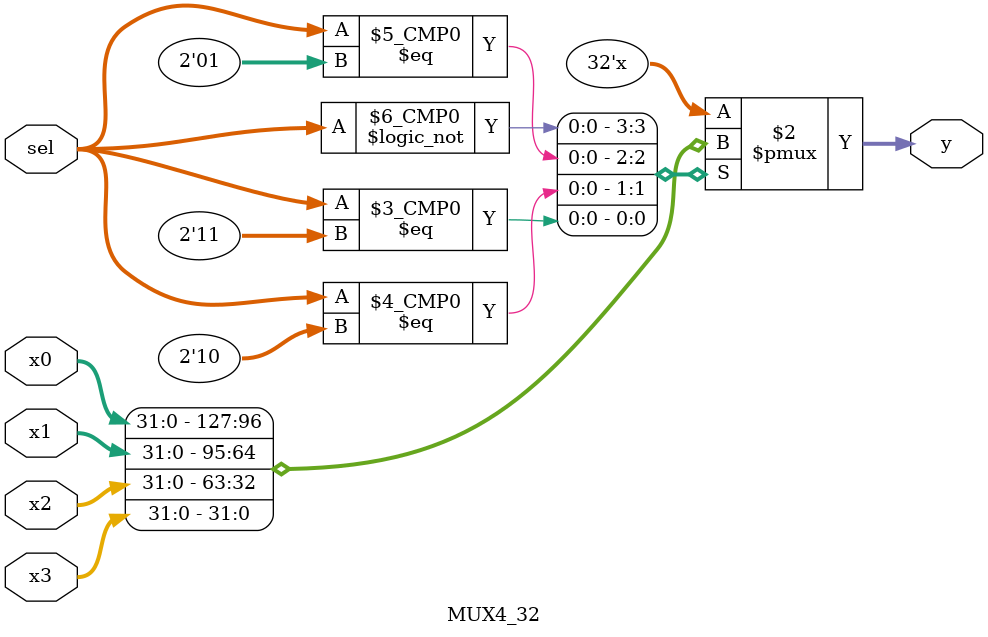
<source format=v>
`timescale 1ns / 1ps

module MUX4_32(
    input   [31:0]      x0,
    input   [31:0]      x1,
    input   [31:0]      x2,
    input   [31:0]      x3,
    input   [1:0]       sel,
    output reg [31:0]   y
    );
	
    always@(*) begin
        case(sel)
            2'b00:      y <= x0;
            2'b01:      y <= x1;
            2'b10:      y <= x2;
            2'b11:      y <= x3;
        endcase
   end
endmodule

</source>
